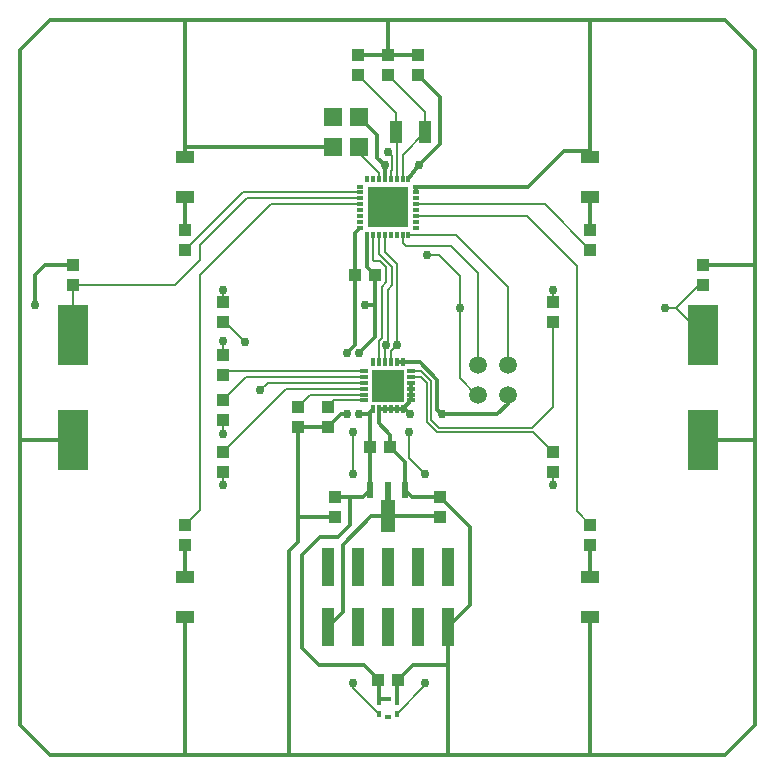
<source format=gbr>
G04 EAGLE Gerber X2 export*
%TF.Part,Single*%
%TF.FileFunction,Copper,L1,Top,Mixed*%
%TF.FilePolarity,Positive*%
%TF.GenerationSoftware,Autodesk,EAGLE,9.0.1*%
%TF.CreationDate,2018-05-23T18:29:57Z*%
G75*
%MOMM*%
%FSLAX34Y34*%
%LPD*%
%AMOC8*
5,1,8,0,0,1.08239X$1,22.5*%
G01*
%ADD10R,1.016000X3.302000*%
%ADD11R,0.480000X1.400000*%
%ADD12R,0.480000X1.525000*%
%ADD13R,1.200000X2.725000*%
%ADD14R,1.000000X1.100000*%
%ADD15R,1.100000X1.900000*%
%ADD16R,2.540000X5.080000*%
%ADD17R,1.100000X1.000000*%
%ADD18R,1.600000X1.100000*%
%ADD19R,0.450000X0.500000*%
%ADD20R,0.500000X0.450000*%
%ADD21R,0.304800X0.609600*%
%ADD22R,0.609600X0.304800*%
%ADD23R,3.454400X3.454400*%
%ADD24R,0.800000X0.300000*%
%ADD25R,0.300000X0.800000*%
%ADD26R,2.750000X2.750000*%
%ADD27R,1.500000X1.600000*%
%ADD28C,0.304800*%
%ADD29C,0.152400*%
%ADD30C,0.756400*%
%ADD31C,1.500000*%


D10*
X298450Y146050D03*
X298450Y196850D03*
X323850Y146050D03*
X323850Y196850D03*
X349250Y146050D03*
X349250Y196850D03*
X374650Y146050D03*
X374650Y196850D03*
X400050Y146050D03*
X400050Y196850D03*
D11*
X364250Y261900D03*
D12*
X349250Y261275D03*
D11*
X334250Y261900D03*
D13*
X349250Y240050D03*
D14*
X393700Y256150D03*
X393700Y239150D03*
X304800Y256150D03*
X304800Y239150D03*
D15*
X380800Y565150D03*
X355800Y565150D03*
D14*
X349250Y630800D03*
X349250Y613800D03*
X323850Y630800D03*
X323850Y613800D03*
X615950Y436000D03*
X615950Y453000D03*
D16*
X615950Y393700D03*
X82550Y304800D03*
D17*
X177800Y465600D03*
X177800Y482600D03*
X520700Y465600D03*
X520700Y482600D03*
X177800Y232900D03*
X177800Y215900D03*
X520700Y232900D03*
X520700Y215900D03*
D18*
X520700Y544050D03*
X520700Y510050D03*
X177800Y544050D03*
X177800Y510050D03*
X520700Y154450D03*
X520700Y188450D03*
X177800Y154450D03*
X177800Y188450D03*
D17*
X488950Y277250D03*
X488950Y294250D03*
X209550Y421250D03*
X209550Y404250D03*
X488950Y421250D03*
X488950Y404250D03*
X209550Y277250D03*
X209550Y294250D03*
X209550Y376800D03*
X209550Y359800D03*
X209550Y321700D03*
X209550Y338700D03*
D16*
X82550Y393700D03*
X615950Y304800D03*
D17*
X82550Y453000D03*
X82550Y436000D03*
D19*
X341750Y82470D03*
X341750Y72470D03*
D20*
X349250Y69970D03*
D19*
X356750Y72470D03*
X356750Y82470D03*
D20*
X349250Y84970D03*
D17*
X357750Y101600D03*
X340750Y101600D03*
D21*
X366754Y525150D03*
X361753Y525150D03*
X356752Y525150D03*
X351751Y525150D03*
X346749Y525150D03*
X341748Y525150D03*
X336747Y525150D03*
X331746Y525150D03*
D22*
X325750Y519154D03*
X325750Y514153D03*
X325750Y509152D03*
X325750Y504151D03*
X325750Y499149D03*
X325750Y494148D03*
X325750Y489147D03*
X325750Y484146D03*
D21*
X331746Y478150D03*
X336747Y478150D03*
X341748Y478150D03*
X346749Y478150D03*
X351751Y478150D03*
X356752Y478150D03*
X361753Y478150D03*
X366754Y478150D03*
D22*
X372750Y484146D03*
X372750Y489147D03*
X372750Y494148D03*
X372750Y499149D03*
X372750Y504151D03*
X372750Y509152D03*
X372750Y514153D03*
X372750Y519154D03*
D23*
X349250Y501650D03*
D24*
X329250Y363020D03*
X329250Y358020D03*
X329250Y353020D03*
X329250Y348020D03*
X329250Y343020D03*
X329250Y338020D03*
D25*
X336750Y330520D03*
X341750Y330520D03*
X346750Y330520D03*
X351750Y330520D03*
X356750Y330520D03*
X361750Y330520D03*
D24*
X369250Y338020D03*
X369250Y343020D03*
X369250Y348020D03*
X369250Y353020D03*
X369250Y358020D03*
X369250Y363020D03*
D25*
X361750Y370520D03*
X356750Y370520D03*
X351750Y370520D03*
X346750Y370520D03*
X341750Y370520D03*
X336750Y370520D03*
D26*
X349250Y350520D03*
D17*
X351400Y298450D03*
X334400Y298450D03*
D14*
X374650Y613800D03*
X374650Y630800D03*
D17*
X321700Y444500D03*
X338700Y444500D03*
D14*
X273050Y332350D03*
X273050Y315350D03*
X298450Y332350D03*
X298450Y315350D03*
D27*
X303150Y577850D03*
X303150Y552450D03*
X325150Y552450D03*
X325150Y577850D03*
D28*
X392800Y240050D02*
X393700Y239150D01*
X392800Y240050D02*
X349250Y240050D01*
X349250Y261275D01*
X311150Y158750D02*
X298450Y146050D01*
X311150Y158750D02*
X311150Y215900D01*
X335300Y240050D01*
X349250Y240050D01*
X400050Y158750D02*
X400050Y146050D01*
X82550Y304800D02*
X38100Y304800D01*
X520700Y154450D02*
X520700Y149266D01*
X615950Y304800D02*
X660400Y304800D01*
X63500Y38100D02*
X38100Y63500D01*
X38100Y304800D01*
X63500Y38100D02*
X177800Y38100D01*
X265430Y38100D01*
X400050Y38100D01*
X520700Y38100D01*
X635000Y38100D01*
X660400Y63500D01*
X660400Y304800D01*
X63500Y660400D02*
X38100Y635000D01*
X63500Y660400D02*
X177800Y660400D01*
X349250Y660400D01*
X520700Y660400D01*
X635000Y660400D01*
X660400Y635000D01*
X38100Y635000D02*
X38100Y304800D01*
X660400Y452120D02*
X660400Y635000D01*
X660400Y452120D02*
X660400Y304800D01*
X177800Y544050D02*
X177800Y552450D01*
X177800Y660400D01*
X520700Y549234D02*
X520700Y544050D01*
X520700Y549234D02*
X520700Y660400D01*
X520700Y154450D02*
X520700Y38100D01*
X177800Y38100D02*
X177800Y154450D01*
X400050Y146050D02*
X419100Y165100D01*
X419100Y230750D02*
X393700Y256150D01*
X419100Y230750D02*
X419100Y165100D01*
X400050Y146050D02*
X400050Y114300D01*
X400050Y38100D01*
X393700Y256150D02*
X370000Y256150D01*
X364250Y261900D01*
X341750Y318650D02*
X341750Y330520D01*
X351400Y309000D02*
X351400Y298450D01*
X351400Y309000D02*
X341750Y318650D01*
X351400Y298450D02*
X364250Y285600D01*
X364250Y261900D01*
X298450Y315350D02*
X273050Y315350D01*
D29*
X346750Y330520D02*
X351750Y330520D01*
X355600Y330520D01*
X356750Y330520D01*
X369250Y338020D02*
X369250Y343020D01*
X369250Y348020D01*
X369250Y353020D01*
D28*
X372750Y514153D02*
X372750Y519154D01*
X468354Y519154D01*
X498434Y549234D02*
X520700Y549234D01*
X498434Y549234D02*
X468354Y519154D01*
X325750Y484146D02*
X321700Y480096D01*
X321700Y444500D01*
X323850Y630800D02*
X374650Y630800D01*
X349250Y630800D02*
X349250Y660400D01*
X303150Y552450D02*
X177800Y552450D01*
X349250Y630800D02*
X374650Y630800D01*
X321700Y385200D02*
X314960Y378460D01*
D30*
X314960Y378460D03*
X314960Y326390D03*
D28*
X309490Y326390D01*
X298450Y315350D01*
X321700Y385200D02*
X321700Y444500D01*
X341750Y330520D02*
X346750Y330520D01*
X355600Y330520D01*
X356750Y330520D02*
X361750Y330520D01*
X369250Y338020D01*
X369250Y353020D01*
X364170Y330520D02*
X361750Y330520D01*
X364170Y330520D02*
X368300Y326390D01*
D30*
X368300Y326390D03*
D28*
X361750Y370520D02*
X361750Y371910D01*
X361750Y370520D02*
X356750Y370520D01*
D31*
X450850Y342900D03*
D28*
X450850Y335280D02*
X441960Y326390D01*
X450850Y335280D02*
X450850Y342900D01*
X615950Y453000D02*
X659520Y453000D01*
X660400Y452120D01*
X376240Y370520D02*
X361750Y370520D01*
X376240Y370520D02*
X391160Y355600D01*
D30*
X394970Y326390D03*
D28*
X391160Y330200D01*
X391160Y355600D01*
X394970Y326390D02*
X441960Y326390D01*
X356750Y100600D02*
X356750Y82470D01*
X356750Y100600D02*
X357750Y101600D01*
X370450Y114300D01*
X400050Y114300D01*
X273050Y218440D02*
X265430Y210820D01*
X265430Y38100D01*
X273050Y238760D02*
X273050Y315350D01*
X273050Y238760D02*
X273050Y218440D01*
X273440Y239150D02*
X304800Y239150D01*
X273440Y239150D02*
X273050Y238760D01*
X304800Y256150D02*
X317500Y256150D01*
X328500Y256150D01*
X334250Y261900D01*
X334250Y298300D01*
X334400Y298450D01*
X334400Y326390D01*
X334400Y328170D01*
X336750Y330520D01*
X338700Y392040D02*
X338700Y419100D01*
X338700Y444500D01*
X346749Y525150D02*
X346710Y537210D01*
D30*
X346710Y537210D03*
X375920Y537210D03*
D28*
X366754Y525150D01*
X331746Y478150D02*
X331746Y451454D01*
X338700Y444500D01*
X375920Y537210D02*
X393700Y554990D01*
X393700Y594750D02*
X374650Y613800D01*
X393700Y594750D02*
X393700Y554990D01*
X346710Y537210D02*
X340360Y543560D01*
X340360Y562640D02*
X325150Y577850D01*
X340360Y562640D02*
X340360Y543560D01*
X338700Y392040D02*
X325120Y378460D01*
D30*
X325120Y378460D03*
X325120Y326390D03*
D28*
X334400Y326390D01*
X330200Y419100D02*
X338700Y419100D01*
D30*
X330200Y419100D03*
D28*
X341750Y85090D02*
X341750Y82470D01*
X341750Y85090D02*
X341750Y100600D01*
X340750Y101600D01*
X341870Y84970D02*
X349250Y84970D01*
X341870Y84970D02*
X341750Y85090D01*
X317500Y232410D02*
X317500Y256150D01*
X317500Y232410D02*
X307340Y222250D01*
X276860Y207010D02*
X276860Y128270D01*
X290830Y114300D01*
X328930Y114300D02*
X341750Y101480D01*
X341750Y100600D01*
X307340Y222250D02*
X292100Y222250D01*
X276860Y207010D01*
X290830Y114300D02*
X328930Y114300D01*
D30*
X50800Y419100D03*
D28*
X50800Y444500D01*
X59300Y453000D01*
X82550Y453000D01*
D29*
X361753Y525150D02*
X361753Y546103D01*
X380800Y565150D01*
X380800Y582250D01*
X349250Y613800D01*
X355800Y581850D02*
X355800Y565150D01*
X355800Y581850D02*
X323850Y613800D01*
X356752Y564198D02*
X356752Y525150D01*
X356752Y564198D02*
X355800Y565150D01*
X351751Y532091D02*
X351751Y525150D01*
X351751Y532091D02*
X353060Y533400D01*
D31*
X425450Y342900D03*
D29*
X353060Y533400D02*
X353060Y544830D01*
X349250Y548640D01*
D30*
X349250Y548640D03*
D29*
X410210Y443230D02*
X410210Y416560D01*
X410210Y356870D01*
X424180Y342900D01*
X425450Y342900D01*
X593090Y416560D02*
X615950Y393700D01*
X593090Y416560D02*
X584200Y416560D01*
D30*
X584200Y416560D03*
X410210Y416560D03*
D29*
X593090Y416560D02*
X612530Y436000D01*
X615950Y436000D01*
D30*
X382270Y461010D03*
D29*
X392430Y461010D01*
X410210Y443230D01*
X209550Y388620D02*
X209550Y376800D01*
D30*
X209550Y388620D03*
D29*
X372750Y504151D02*
X482149Y504151D01*
X520700Y465600D01*
X226353Y514153D02*
X177800Y465600D01*
X226353Y514153D02*
X325750Y514153D01*
X190500Y245600D02*
X177800Y232900D01*
X190500Y245600D02*
X190500Y444500D01*
X250151Y504151D01*
X325750Y504151D01*
D28*
X520700Y510050D02*
X520700Y482600D01*
X177800Y482600D02*
X177800Y510050D01*
X520700Y215900D02*
X520700Y188450D01*
X177800Y188450D02*
X177800Y215900D01*
D29*
X488950Y421250D02*
X488950Y431800D01*
D30*
X488950Y431800D03*
D29*
X209550Y431800D02*
X209550Y421250D01*
D30*
X209550Y431800D03*
D29*
X209550Y277250D02*
X209550Y266700D01*
D30*
X209550Y266700D03*
D29*
X369250Y358020D02*
X377310Y358020D01*
X472050Y311150D02*
X488950Y294250D01*
X382270Y353060D02*
X377310Y358020D01*
X382270Y353060D02*
X382270Y320040D01*
X391160Y311150D01*
X472050Y311150D01*
X377390Y363020D02*
X369250Y363020D01*
X425450Y314960D02*
X426720Y314960D01*
X471170Y314960D01*
X488950Y332740D01*
X488950Y404250D01*
X386080Y354330D02*
X377390Y363020D01*
X386080Y354330D02*
X386080Y321310D01*
X392430Y314960D01*
X425450Y314960D01*
X82550Y393700D02*
X82550Y436000D01*
X229752Y509152D02*
X325750Y509152D01*
X190500Y469900D02*
X190500Y457200D01*
X169300Y436000D01*
X82550Y436000D01*
X190500Y469900D02*
X229752Y509152D01*
X212770Y363020D02*
X329250Y363020D01*
X212770Y363020D02*
X209550Y359800D01*
X228870Y358020D02*
X329250Y358020D01*
X228870Y358020D02*
X209550Y338700D01*
X520700Y235780D02*
X520700Y232900D01*
X467242Y494148D02*
X372750Y494148D01*
X467242Y494148D02*
X509270Y452120D01*
X509270Y244330D01*
X520700Y232900D01*
X329250Y353020D02*
X247610Y353020D01*
X241300Y346710D01*
D30*
X241300Y346710D03*
X228600Y387350D03*
D29*
X211700Y404250D01*
X209550Y404250D01*
X263320Y348020D02*
X329250Y348020D01*
X263320Y348020D02*
X209550Y294250D01*
X209550Y309880D02*
X209550Y321700D01*
D30*
X209550Y309880D03*
D29*
X488950Y277250D02*
X488950Y266700D01*
D30*
X488950Y266700D03*
D29*
X341748Y525150D02*
X341748Y530742D01*
X325150Y547340D02*
X325150Y552450D01*
X325150Y547340D02*
X341748Y530742D01*
X329250Y338020D02*
X304120Y338020D01*
X298450Y332350D01*
X346710Y370560D02*
X346750Y370520D01*
X341748Y462162D02*
X341748Y478150D01*
X353060Y450850D02*
X353060Y435610D01*
X349250Y431800D01*
X349250Y386080D01*
X347980Y384810D01*
D30*
X347980Y384810D03*
D29*
X353060Y450850D02*
X341748Y462162D01*
X346750Y383580D02*
X346750Y370520D01*
X346750Y383580D02*
X347980Y384810D01*
D30*
X320040Y311150D03*
D29*
X320040Y275590D01*
D30*
X320040Y275590D03*
X320040Y99060D03*
D29*
X320040Y94180D01*
X341750Y72470D01*
X346749Y463511D02*
X346749Y478150D01*
X346749Y463511D02*
X356870Y453390D01*
X356870Y385008D02*
X357068Y384810D01*
D30*
X357068Y384810D03*
D29*
X356870Y385008D02*
X356870Y453390D01*
X351750Y379888D02*
X351750Y370520D01*
X351750Y379888D02*
X356870Y385008D01*
D30*
X367030Y311150D03*
D29*
X367030Y289560D01*
X381000Y275590D01*
D30*
X381000Y275590D03*
X381000Y99060D03*
D29*
X381000Y96720D01*
X356750Y72470D01*
X341750Y370520D02*
X341750Y388740D01*
X344170Y391160D01*
X344170Y434340D01*
X347980Y438150D01*
X336747Y457003D02*
X336747Y478150D01*
X336747Y457003D02*
X337820Y455930D01*
X342900Y455930D01*
X347980Y450850D01*
X347980Y438150D01*
X329250Y343020D02*
X283720Y343020D01*
X273050Y332350D01*
D31*
X425450Y368300D03*
D29*
X361753Y471367D02*
X361753Y478150D01*
X361753Y471367D02*
X364490Y468630D01*
X402590Y468630D01*
X425450Y445770D02*
X425450Y368300D01*
X425450Y445770D02*
X402590Y468630D01*
D31*
X450850Y368300D03*
D29*
X407040Y478150D02*
X366754Y478150D01*
X450850Y434340D02*
X450850Y368300D01*
X450850Y434340D02*
X407040Y478150D01*
M02*

</source>
